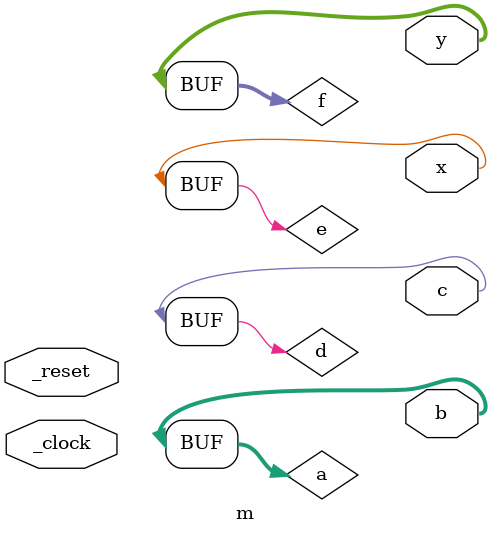
<source format=v>
module m(_clock,_reset,b,c,x,y);
	input _clock;
	input _reset;
	output [1:0] b;
	output c;
	output x;
	output [2:0] y;
	
	wire [1:0]a;
	wire d;
	wire e;
	wire [2:0]f;
	
	assign b=a;
	assign c=d;
	assign x=e;
	assign y=f;
	endmodule

</source>
